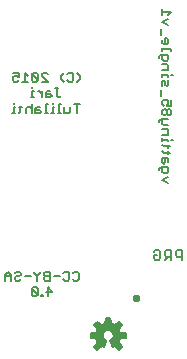
<source format=gbo>
G75*
%MOIN*%
%OFA0B0*%
%FSLAX24Y24*%
%IPPOS*%
%LPD*%
%AMOC8*
5,1,8,0,0,1.08239X$1,22.5*
%
%ADD10C,0.0050*%
%ADD11C,0.0120*%
%ADD12C,0.0060*%
%ADD13C,0.0059*%
D10*
X005720Y003418D02*
X005720Y003618D01*
X005820Y003718D01*
X005921Y003618D01*
X005921Y003418D01*
X006043Y003468D02*
X006093Y003418D01*
X006193Y003418D01*
X006243Y003468D01*
X006193Y003568D02*
X006093Y003568D01*
X006043Y003518D01*
X006043Y003468D01*
X005921Y003568D02*
X005720Y003568D01*
X006043Y003668D02*
X006093Y003718D01*
X006193Y003718D01*
X006243Y003668D01*
X006243Y003618D01*
X006193Y003568D01*
X006365Y003568D02*
X006565Y003568D01*
X006687Y003668D02*
X006687Y003718D01*
X006687Y003668D02*
X006787Y003568D01*
X006787Y003418D01*
X006787Y003568D02*
X006887Y003668D01*
X006887Y003718D01*
X007009Y003668D02*
X007009Y003618D01*
X007060Y003568D01*
X007210Y003568D01*
X007332Y003568D02*
X007532Y003568D01*
X007654Y003468D02*
X007704Y003418D01*
X007804Y003418D01*
X007854Y003468D01*
X007854Y003668D01*
X007804Y003718D01*
X007704Y003718D01*
X007654Y003668D01*
X007976Y003668D02*
X008026Y003718D01*
X008126Y003718D01*
X008176Y003668D01*
X008176Y003468D01*
X008126Y003418D01*
X008026Y003418D01*
X007976Y003468D01*
X007290Y003043D02*
X007090Y003043D01*
X006968Y002943D02*
X006918Y002943D01*
X006918Y002893D01*
X006968Y002893D01*
X006968Y002943D01*
X006807Y002943D02*
X006607Y003143D01*
X006607Y002943D01*
X006657Y002893D01*
X006757Y002893D01*
X006807Y002943D01*
X006807Y003143D01*
X006757Y003193D01*
X006657Y003193D01*
X006607Y003143D01*
X007009Y003468D02*
X007060Y003418D01*
X007210Y003418D01*
X007210Y003718D01*
X007060Y003718D01*
X007009Y003668D01*
X007060Y003568D02*
X007009Y003518D01*
X007009Y003468D01*
X007140Y003193D02*
X007290Y003043D01*
X007140Y002893D02*
X007140Y003193D01*
X010857Y007093D02*
X010857Y007143D01*
X010907Y007193D01*
X011158Y007193D01*
X011158Y007043D01*
X011107Y006993D01*
X011007Y006993D01*
X010957Y007043D01*
X010957Y007193D01*
X011007Y007315D02*
X011057Y007365D01*
X011057Y007515D01*
X011107Y007515D02*
X010957Y007515D01*
X010957Y007365D01*
X011007Y007315D01*
X011158Y007365D02*
X011158Y007465D01*
X011107Y007515D01*
X011158Y007637D02*
X011158Y007737D01*
X011208Y007687D02*
X011007Y007687D01*
X010957Y007737D01*
X011007Y007902D02*
X010957Y007952D01*
X011007Y007902D02*
X011208Y007902D01*
X011158Y007852D02*
X011158Y007952D01*
X011158Y008067D02*
X011158Y008117D01*
X010957Y008117D01*
X010957Y008067D02*
X010957Y008167D01*
X010957Y008282D02*
X011158Y008282D01*
X011158Y008432D01*
X011107Y008482D01*
X010957Y008482D01*
X011007Y008604D02*
X010957Y008654D01*
X010957Y008804D01*
X010907Y008804D02*
X010857Y008754D01*
X010857Y008704D01*
X010907Y008804D02*
X011158Y008804D01*
X011158Y008926D02*
X011208Y008926D01*
X011258Y008976D01*
X011258Y009076D01*
X011208Y009127D01*
X011158Y009127D01*
X011107Y009076D01*
X011107Y008976D01*
X011158Y008926D01*
X011107Y008976D02*
X011057Y008926D01*
X011007Y008926D01*
X010957Y008976D01*
X010957Y009076D01*
X011007Y009127D01*
X011057Y009127D01*
X011107Y009076D01*
X011107Y009249D02*
X011158Y009349D01*
X011158Y009399D01*
X011107Y009449D01*
X011007Y009449D01*
X010957Y009399D01*
X010957Y009299D01*
X011007Y009249D01*
X011107Y009249D02*
X011258Y009249D01*
X011258Y009449D01*
X010907Y009571D02*
X010907Y009771D01*
X010957Y009893D02*
X010957Y010043D01*
X011007Y010093D01*
X011057Y010043D01*
X011057Y009943D01*
X011107Y009893D01*
X011158Y009943D01*
X011158Y010093D01*
X011158Y010215D02*
X011158Y010265D01*
X010957Y010265D01*
X010957Y010215D02*
X010957Y010316D01*
X010957Y010430D02*
X011158Y010430D01*
X011158Y010580D01*
X011107Y010630D01*
X010957Y010630D01*
X011007Y010753D02*
X010957Y010803D01*
X010957Y010953D01*
X010907Y010953D02*
X011158Y010953D01*
X011158Y010803D01*
X011107Y010753D01*
X011007Y010753D01*
X010857Y010853D02*
X010857Y010903D01*
X010907Y010953D01*
X010957Y011075D02*
X010957Y011175D01*
X010957Y011125D02*
X011258Y011125D01*
X011258Y011075D01*
X011107Y011290D02*
X011007Y011290D01*
X010957Y011340D01*
X010957Y011440D01*
X011057Y011490D02*
X011057Y011290D01*
X011107Y011290D02*
X011158Y011340D01*
X011158Y011440D01*
X011107Y011490D01*
X011057Y011490D01*
X010907Y011612D02*
X010907Y011812D01*
X010957Y012034D02*
X011158Y012134D01*
X011158Y012257D02*
X011258Y012357D01*
X010957Y012357D01*
X010957Y012257D02*
X010957Y012457D01*
X010957Y012034D02*
X011158Y011934D01*
X011258Y010265D02*
X011308Y010265D01*
X011158Y008604D02*
X011007Y008604D01*
X011258Y008117D02*
X011308Y008117D01*
X011158Y006871D02*
X010957Y006771D01*
X011158Y006670D01*
X008209Y009301D02*
X008009Y009301D01*
X008109Y009301D02*
X008109Y009000D01*
X007887Y009050D02*
X007887Y009201D01*
X007887Y009050D02*
X007837Y009000D01*
X007687Y009000D01*
X007687Y009201D01*
X007564Y009301D02*
X007514Y009301D01*
X007514Y009000D01*
X007564Y009000D02*
X007464Y009000D01*
X007350Y009000D02*
X007250Y009000D01*
X007300Y009000D02*
X007300Y009201D01*
X007350Y009201D01*
X007300Y009301D02*
X007300Y009351D01*
X007219Y009525D02*
X007269Y009575D01*
X007219Y009626D01*
X007069Y009626D01*
X007069Y009676D02*
X007069Y009525D01*
X007219Y009525D01*
X007069Y009676D02*
X007119Y009726D01*
X007219Y009726D01*
X007391Y009826D02*
X007491Y009826D01*
X007441Y009826D02*
X007441Y009575D01*
X007491Y009525D01*
X007541Y009525D01*
X007591Y009575D01*
X007672Y010050D02*
X007572Y010151D01*
X007572Y010251D01*
X007672Y010351D01*
X007794Y010301D02*
X007844Y010351D01*
X007944Y010351D01*
X007994Y010301D01*
X007994Y010100D01*
X007944Y010050D01*
X007844Y010050D01*
X007794Y010100D01*
X008109Y010050D02*
X008209Y010151D01*
X008209Y010251D01*
X008109Y010351D01*
X007135Y010301D02*
X007085Y010351D01*
X006985Y010351D01*
X006935Y010301D01*
X006935Y010251D01*
X007135Y010050D01*
X006935Y010050D01*
X006813Y010100D02*
X006612Y010301D01*
X006612Y010100D01*
X006662Y010050D01*
X006762Y010050D01*
X006813Y010100D01*
X006813Y010301D01*
X006762Y010351D01*
X006662Y010351D01*
X006612Y010301D01*
X006490Y010251D02*
X006390Y010351D01*
X006390Y010050D01*
X006490Y010050D02*
X006290Y010050D01*
X006168Y010100D02*
X006118Y010050D01*
X006018Y010050D01*
X005968Y010100D01*
X005968Y010201D01*
X006018Y010251D01*
X006068Y010251D01*
X006168Y010201D01*
X006168Y010351D01*
X005968Y010351D01*
X006628Y009876D02*
X006628Y009826D01*
X006628Y009726D02*
X006628Y009525D01*
X006678Y009525D02*
X006578Y009525D01*
X006598Y009301D02*
X006598Y009000D01*
X006720Y009000D02*
X006720Y009151D01*
X006770Y009201D01*
X006870Y009201D01*
X006870Y009101D02*
X006720Y009101D01*
X006720Y009000D02*
X006870Y009000D01*
X006920Y009050D01*
X006870Y009101D01*
X007035Y009000D02*
X007135Y009000D01*
X007085Y009000D02*
X007085Y009301D01*
X007135Y009301D01*
X006947Y009525D02*
X006947Y009726D01*
X006947Y009626D02*
X006847Y009726D01*
X006797Y009726D01*
X006678Y009726D02*
X006628Y009726D01*
X006548Y009201D02*
X006448Y009201D01*
X006397Y009151D01*
X006397Y009000D01*
X006225Y009050D02*
X006175Y009000D01*
X006225Y009050D02*
X006225Y009251D01*
X006275Y009201D02*
X006175Y009201D01*
X006061Y009201D02*
X006010Y009201D01*
X006010Y009000D01*
X005960Y009000D02*
X006061Y009000D01*
X006010Y009301D02*
X006010Y009351D01*
X006548Y009201D02*
X006598Y009151D01*
D11*
X010044Y002817D02*
X010046Y002831D01*
X010052Y002845D01*
X010060Y002857D01*
X010072Y002865D01*
X010086Y002871D01*
X010100Y002873D01*
X010114Y002871D01*
X010128Y002865D01*
X010140Y002857D01*
X010148Y002845D01*
X010154Y002831D01*
X010156Y002817D01*
X010154Y002803D01*
X010148Y002789D01*
X010140Y002777D01*
X010128Y002769D01*
X010114Y002763D01*
X010100Y002761D01*
X010086Y002763D01*
X010072Y002769D01*
X010060Y002777D01*
X010052Y002789D01*
X010046Y002803D01*
X010044Y002817D01*
D12*
X010727Y004105D02*
X010671Y004161D01*
X010671Y004272D01*
X010782Y004272D01*
X010671Y004384D02*
X010727Y004439D01*
X010838Y004439D01*
X010894Y004384D01*
X010894Y004161D01*
X010838Y004105D01*
X010727Y004105D01*
X011033Y004105D02*
X011145Y004217D01*
X011089Y004217D02*
X011256Y004217D01*
X011256Y004105D02*
X011256Y004439D01*
X011089Y004439D01*
X011033Y004384D01*
X011033Y004272D01*
X011089Y004217D01*
X011396Y004272D02*
X011452Y004217D01*
X011619Y004217D01*
X011619Y004105D02*
X011619Y004439D01*
X011452Y004439D01*
X011396Y004384D01*
X011396Y004272D01*
D13*
X009516Y002051D02*
X009618Y001949D01*
X009497Y001801D01*
X009527Y001741D01*
X009548Y001677D01*
X009739Y001657D01*
X009739Y001513D01*
X009548Y001494D01*
X009527Y001430D01*
X009497Y001370D01*
X009618Y001222D01*
X009516Y001120D01*
X009368Y001241D01*
X009308Y001210D01*
X009223Y001415D01*
X009261Y001436D01*
X009293Y001466D01*
X009317Y001502D01*
X009332Y001542D01*
X009337Y001585D01*
X009332Y001629D01*
X009316Y001671D01*
X009291Y001707D01*
X009258Y001737D01*
X009219Y001757D01*
X009176Y001768D01*
X009132Y001769D01*
X009089Y001759D01*
X009050Y001739D01*
X009016Y001710D01*
X008991Y001674D01*
X008974Y001633D01*
X008968Y001589D01*
X008972Y001545D01*
X008987Y001504D01*
X009011Y001467D01*
X009043Y001437D01*
X009082Y001415D01*
X008997Y001210D01*
X008937Y001241D01*
X008789Y001120D01*
X008687Y001222D01*
X008808Y001370D01*
X008777Y001430D01*
X008757Y001494D01*
X008566Y001513D01*
X008566Y001657D01*
X008757Y001677D01*
X008777Y001741D01*
X008808Y001801D01*
X008687Y001949D01*
X008789Y002051D01*
X008937Y001930D01*
X008997Y001961D01*
X009061Y001981D01*
X009080Y002172D01*
X009224Y002172D01*
X009244Y001981D01*
X009308Y001961D01*
X009368Y001930D01*
X009516Y002051D01*
X009572Y001995D02*
X009447Y001995D01*
X009376Y001937D02*
X009608Y001937D01*
X009561Y001879D02*
X008744Y001879D01*
X008791Y001822D02*
X009514Y001822D01*
X009515Y001764D02*
X009192Y001764D01*
X009113Y001764D02*
X008789Y001764D01*
X008766Y001707D02*
X009014Y001707D01*
X008981Y001649D02*
X008566Y001649D01*
X008566Y001592D02*
X008968Y001592D01*
X008976Y001534D02*
X008566Y001534D01*
X008762Y001477D02*
X009005Y001477D01*
X009075Y001419D02*
X008783Y001419D01*
X008801Y001361D02*
X009060Y001361D01*
X009036Y001304D02*
X008754Y001304D01*
X008707Y001246D02*
X009012Y001246D01*
X008873Y001189D02*
X008720Y001189D01*
X008778Y001131D02*
X008802Y001131D01*
X009269Y001304D02*
X009551Y001304D01*
X009598Y001246D02*
X009293Y001246D01*
X009245Y001361D02*
X009504Y001361D01*
X009522Y001419D02*
X009230Y001419D01*
X009300Y001477D02*
X009542Y001477D01*
X009739Y001534D02*
X009329Y001534D01*
X009336Y001592D02*
X009739Y001592D01*
X009739Y001649D02*
X009324Y001649D01*
X009291Y001707D02*
X009538Y001707D01*
X009354Y001937D02*
X008951Y001937D01*
X008928Y001937D02*
X008697Y001937D01*
X008733Y001995D02*
X008858Y001995D01*
X009062Y001995D02*
X009242Y001995D01*
X009236Y002052D02*
X009068Y002052D01*
X009074Y002110D02*
X009231Y002110D01*
X009225Y002167D02*
X009080Y002167D01*
X009432Y001189D02*
X009585Y001189D01*
X009527Y001131D02*
X009502Y001131D01*
M02*

</source>
